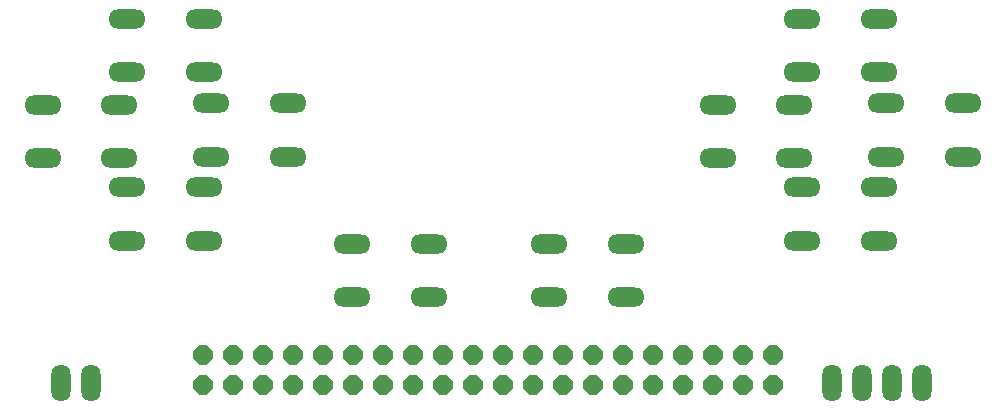
<source format=gbr>
%TF.GenerationSoftware,KiCad,Pcbnew,9.0.2*%
%TF.CreationDate,2025-06-23T15:15:27-04:00*%
%TF.ProjectId,GamePad,47616d65-5061-4642-9e6b-696361645f70,rev?*%
%TF.SameCoordinates,Original*%
%TF.FileFunction,Soldermask,Bot*%
%TF.FilePolarity,Negative*%
%FSLAX46Y46*%
G04 Gerber Fmt 4.6, Leading zero omitted, Abs format (unit mm)*
G04 Created by KiCad (PCBNEW 9.0.2) date 2025-06-23 15:15:27*
%MOMM*%
%LPD*%
G01*
G04 APERTURE LIST*
G04 Aperture macros list*
%AMFreePoly0*
4,1,17,0.351552,0.797921,0.797921,0.351552,0.812800,0.315631,0.812800,-0.315631,0.797921,-0.351552,0.351552,-0.797921,0.315631,-0.812800,-0.315631,-0.812800,-0.351552,-0.797921,-0.797921,-0.351552,-0.812800,-0.315631,-0.812800,0.315631,-0.797921,0.351552,-0.351552,0.797921,-0.315631,0.812800,0.315631,0.812800,0.351552,0.797921,0.351552,0.797921,$1*%
G04 Aperture macros list end*
%ADD10O,3.149600X1.625600*%
%ADD11FreePoly0,0.000000*%
%ADD12O,1.625600X3.149600*%
G04 APERTURE END LIST*
D10*
%TO.C,Y0*%
X72948800Y-166928800D03*
X79451200Y-166928800D03*
X72948800Y-171450000D03*
X79451200Y-171450000D03*
%TD*%
%TO.C,X0*%
X80092550Y-159664400D03*
X86594950Y-159664400D03*
X80092550Y-164185600D03*
X86594950Y-164185600D03*
%TD*%
%TO.C,Up1*%
X22942550Y-159664400D03*
X29444950Y-159664400D03*
X22942550Y-164185600D03*
X29444950Y-164185600D03*
%TD*%
%TO.C,Start1*%
X58661300Y-178714400D03*
X65163700Y-178714400D03*
X58661300Y-183235600D03*
X65163700Y-183235600D03*
%TD*%
%TO.C,Select1*%
X41992550Y-178714400D03*
X48494950Y-178714400D03*
X41992550Y-183235600D03*
X48494950Y-183235600D03*
%TD*%
%TO.C,Right1*%
X30086300Y-166808150D03*
X36588700Y-166808150D03*
X30086300Y-171329350D03*
X36588700Y-171329350D03*
%TD*%
%TO.C,Left1*%
X15798800Y-166928800D03*
X22301200Y-166928800D03*
X15798800Y-171450000D03*
X22301200Y-171450000D03*
%TD*%
D11*
%TO.C,JP1*%
X29368750Y-190658750D03*
X29368750Y-188118750D03*
X31908750Y-190658750D03*
X31908750Y-188118750D03*
X34448750Y-190658750D03*
X34448750Y-188118750D03*
X36988750Y-190658750D03*
X36988750Y-188118750D03*
X39528750Y-190658750D03*
X39528750Y-188118750D03*
X42068750Y-190658750D03*
X42068750Y-188118750D03*
X44608750Y-190658750D03*
X44608750Y-188118750D03*
X47148750Y-190658750D03*
X47148750Y-188118750D03*
X49688750Y-190658750D03*
X49688750Y-188118750D03*
X52228750Y-190658750D03*
X52228750Y-188118750D03*
X54768750Y-190658750D03*
X54768750Y-188118750D03*
X57308750Y-190658750D03*
X57308750Y-188118750D03*
X59848750Y-190658750D03*
X59848750Y-188118750D03*
X62388750Y-190658750D03*
X62388750Y-188118750D03*
X64928750Y-190658750D03*
X64928750Y-188118750D03*
X67468750Y-190658750D03*
X67468750Y-188118750D03*
X70008750Y-190658750D03*
X70008750Y-188118750D03*
X72548750Y-190658750D03*
X72548750Y-188118750D03*
X75088750Y-190658750D03*
X75088750Y-188118750D03*
X77628750Y-190658750D03*
X77628750Y-188118750D03*
%TD*%
D12*
%TO.C,J2*%
X17358394Y-190470574D03*
X19898394Y-190470574D03*
%TD*%
%TO.C,J1*%
X82638473Y-190470574D03*
X85178473Y-190470574D03*
X87718473Y-190470574D03*
X90258473Y-190470574D03*
%TD*%
D10*
%TO.C,Down1*%
X22942550Y-173951900D03*
X29444950Y-173951900D03*
X22942550Y-178473100D03*
X29444950Y-178473100D03*
%TD*%
%TO.C,B0*%
X80092550Y-173951900D03*
X86594950Y-173951900D03*
X80092550Y-178473100D03*
X86594950Y-178473100D03*
%TD*%
%TO.C,A0*%
X87236300Y-166808150D03*
X93738700Y-166808150D03*
X87236300Y-171329350D03*
X93738700Y-171329350D03*
%TD*%
M02*

</source>
